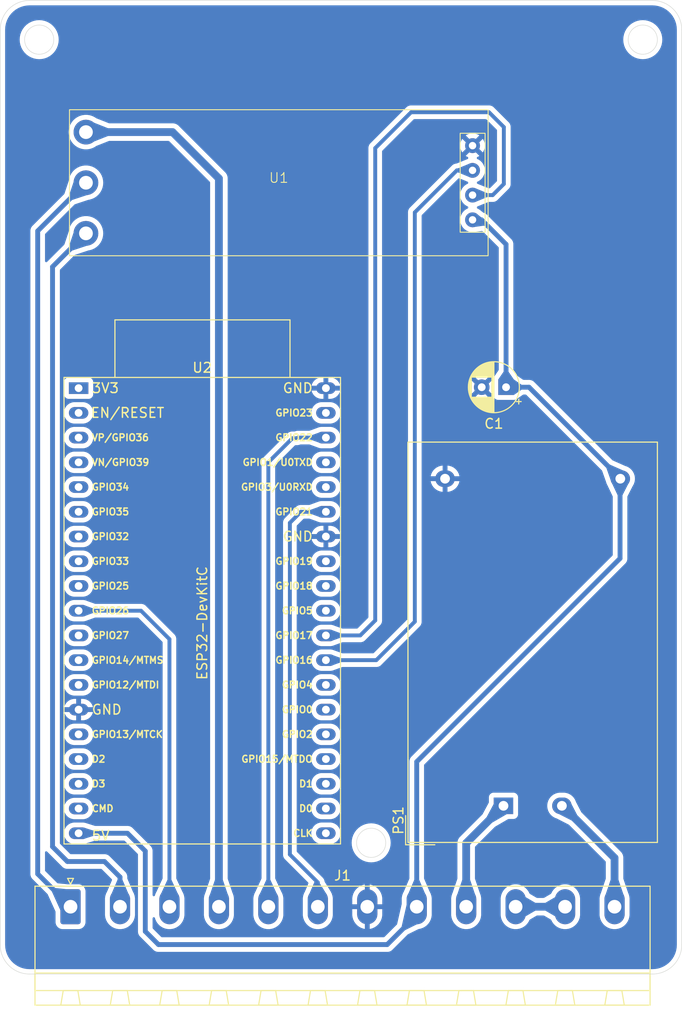
<source format=kicad_pcb>
(kicad_pcb (version 20241229) (generator "pcbnew") (generator_version "9.0")
  (layers (0 "F.Cu" signal) (2 "B.Cu" signal) (13 "F.Paste" user) (15 "B.Paste" user) (5 "F.SilkS" user "F.Silkscreen") (7 "B.SilkS" user "B.Silkscreen") (1 "F.Mask" user) (3 "B.Mask" user) (25 "Edge.Cuts" user))
  (net 0 "")
  (net 1 "+5V")
  (net 2 "GND")
  (net 26 "SCL")
  (net 31 "U2_RXD")
  (net 32 "SDA")
  (net 33 "AC_N")
  (net 34 "ON_SW")
  (net 35 "AC_L")
  (net 36 "SW_IN2")
  (net 37 "SW_IN1")
  (net 39 "U2_TXD")
  (net 40 "A+")
  (net 41 "B-")
  (net 42 "Earth")
  (footprint "azzam:MAX485_MOD" (layer "F.Cu") (at 78.613 39.497)
    (property "Reference" "U1" (at 0 -0.5 0) (layer "F.SilkS") (effects (font (thickness 0.1))))
    (property "Value" "MAX485 module")
    (fp_rect (start -21.5 -7.5) (end 21.5 7.5) (stroke (width 0.1)) (fill no) (layer "F.SilkS"))
    (fp_rect (start 18.63 -5.08) (end 21.19 5.08) (stroke (width 0.1)) (fill no) (layer "F.SilkS"))
    (pad "1" thru_hole circle (at 19.9 3.81) (size 1.524 1.524) (drill 0.762) (layers "*.Cu" "*.Mask") (net 1 "+5V"))
    (pad "2" thru_hole circle (at 19.9 1.27) (size 1.524 1.524) (drill 0.762) (layers "*.Cu" "*.Mask") (net 39 "U2_TXD"))
    (pad "3" thru_hole circle (at 19.9 -1.27) (size 1.524 1.524) (drill 0.762) (layers "*.Cu" "*.Mask") (net 31 "U2_RXD"))
    (pad "4" thru_hole circle (at 19.9 -3.81) (size 1.524 1.524) (drill 0.762) (layers "*.Cu" "*.Mask") (net 2 "GND"))
    (pad "5" thru_hole circle (at -19.81 5.2) (size 2.54 2.54) (drill 1.41) (layers "*.Cu" "*.Mask") (net 40 "A+"))
    (pad "6" thru_hole circle (at -19.81 0) (size 2.54 2.54) (drill 1.41) (layers "*.Cu" "*.Mask") (net 41 "B-"))
    (pad "7" thru_hole circle (at -19.81 -5.2) (size 2.54 2.54) (drill 1.41) (layers "*.Cu" "*.Mask") (net 42 "Earth"))
  )
  (footprint "Converter_ACDC:Converter_ACDC_Hi-Link_HLK-5Mxx" (layer "F.Cu") (at 101.6905 103.4985 90)
    (property "Reference" "PS1" (at -1.5 -10.79 270) (layer "F.SilkS"))
    (property "Value" "HLK-5M05")
    (fp_line (start -4 -10.05) (end -1 -10.05) (stroke (width 0.12)) (layer "F.SilkS"))
    (fp_line (start 37.36 -9.81) (end 37.36 15.81) (stroke (width 0.12)) (layer "F.SilkS"))
    (fp_line (start -3.76 -9.81) (end 37.36 -9.81) (stroke (width 0.12)) (layer "F.SilkS"))
    (fp_line (start -3.76 -9.81) (end -3.76 15.81) (stroke (width 0.12)) (layer "F.SilkS"))
    (fp_line (start -4 -7.05) (end -4 -10.05) (stroke (width 0.12)) (layer "F.SilkS"))
    (fp_line (start -3.76 15.81) (end 37.36 15.81) (stroke (width 0.12)) (layer "F.SilkS"))
    (pad "1" thru_hole rect (at 0 0 90) (size 1.7 2) (drill 1) (layers "*.Cu" "*.Mask") (net 35 "AC_L"))
    (pad "2" thru_hole oval (at 0 6 90) (size 1.7 2) (drill 1) (layers "*.Cu" "*.Mask") (net 33 "AC_N"))
    (pad "3" thru_hole oval (at 33.6 -6 90) (size 1.7 2) (drill 1) (layers "*.Cu" "*.Mask") (net 2 "GND"))
    (pad "4" thru_hole oval (at 33.6 12 90) (size 1.7 2) (drill 1) (layers "*.Cu" "*.Mask") (net 1 "+5V"))
  )
  (footprint "Capacitor_THT:CP_Radial_D5.0mm_P2.50mm" (layer "F.Cu") (at 101.955113 60.5 180)
    (property "Reference" "C1" (at 1.25 -3.75 180) (layer "F.SilkS"))
    (property "Value" "10uF")
    (fp_line (start 3.851 -0.284) (end 3.851 0.284) (stroke (width 0.12)) (layer "F.SilkS"))
    (fp_line (start 3.811 -0.518) (end 3.811 0.518) (stroke (width 0.12)) (layer "F.SilkS"))
    (fp_line (start 3.771 -0.677) (end 3.771 0.677) (stroke (width 0.12)) (layer "F.SilkS"))
    (fp_line (start 3.731 -0.805) (end 3.731 0.805) (stroke (width 0.12)) (layer "F.SilkS"))
    (fp_line (start 3.691 -0.915) (end 3.691 0.915) (stroke (width 0.12)) (layer "F.SilkS"))
    (fp_line (start 3.651 -1.011) (end 3.651 1.011) (stroke (width 0.12)) (layer "F.SilkS"))
    (fp_line (start 3.611 -1.098) (end 3.611 1.098) (stroke (width 0.12)) (layer "F.SilkS"))
    (fp_line (start 3.571 -1.178) (end 3.571 1.178) (stroke (width 0.12)) (layer "F.SilkS"))
    (fp_line (start 3.531 1.04) (end 3.531 1.251) (stroke (width 0.12)) (layer "F.SilkS"))
    (fp_line (start 3.531 -1.251) (end 3.531 -1.04) (stroke (width 0.12)) (layer "F.SilkS"))
    (fp_line (start 3.491 1.04) (end 3.491 1.319) (stroke (width 0.12)) (layer "F.SilkS"))
    (fp_line (start 3.491 -1.319) (end 3.491 -1.04) (stroke (width 0.12)) (layer "F.SilkS"))
    (fp_line (start 3.451 1.04) (end 3.451 1.383) (stroke (width 0.12)) (layer "F.SilkS"))
    (fp_line (start 3.451 -1.383) (end 3.451 -1.04) (stroke (width 0.12)) (layer "F.SilkS"))
    (fp_line (start 3.411 1.04) (end 3.411 1.443) (stroke (width 0.12)) (layer "F.SilkS"))
    (fp_line (start 3.411 -1.443) (end 3.411 -1.04) (stroke (width 0.12)) (layer "F.SilkS"))
    (fp_line (start 3.371 1.04) (end 3.371 1.5) (stroke (width 0.12)) (layer "F.SilkS"))
    (fp_line (start 3.371 -1.5) (end 3.371 -1.04) (stroke (width 0.12)) (layer "F.SilkS"))
    (fp_line (start 3.331 1.04) (end 3.331 1.554) (stroke (width 0.12)) (layer "F.SilkS"))
    (fp_line (start 3.331 -1.554) (end 3.331 -1.04) (stroke (width 0.12)) (layer "F.SilkS"))
    (fp_line (start 3.291 1.04) (end 3.291 1.605) (stroke (width 0.12)) (layer "F.SilkS"))
    (fp_line (start 3.291 -1.605) (end 3.291 -1.04) (stroke (width 0.12)) (layer "F.SilkS"))
    (fp_line (start 3.251 1.04) (end 3.251 1.653) (stroke (width 0.12)) (layer "F.SilkS"))
    (fp_line (start 3.251 -1.653) (end 3.251 -1.04) (stroke (width 0.12)) (layer "F.SilkS"))
    (fp_line (start 3.211 1.04) (end 3.211 1.699) (stroke (width 0.12)) (layer "F.SilkS"))
    (fp_line (start 3.211 -1.699) (end 3.211 -1.04) (stroke (width 0.12)) (layer "F.SilkS"))
    (fp_line (start 3.171 1.04) (end 3.171 1.743) (stroke (width 0.12)) (layer "F.SilkS"))
    (fp_line (start 3.171 -1.743) (end 3.171 -1.04) (stroke (width 0.12)) (layer "F.SilkS"))
    (fp_line (start 3.131 1.04) (end 3.131 1.785) (stroke (width 0.12)) (layer "F.SilkS"))
    (fp_line (start 3.131 -1.785) (end 3.131 -1.04) (stroke (width 0.12)) (layer "F.SilkS"))
    (fp_line (start 3.091 1.04) (end 3.091 1.826) (stroke (width 0.12)) (layer "F.SilkS"))
    (fp_line (start 3.091 -1.826) (end 3.091 -1.04) (stroke (width 0.12)) (layer "F.SilkS"))
    (fp_line (start 3.051 1.04) (end 3.051 1.864) (stroke (width 0.12)) (layer "F.SilkS"))
    (fp_line (start 3.051 -1.864) (end 3.051 -1.04) (stroke (width 0.12)) (layer "F.SilkS"))
    (fp_line (start 3.011 1.04) (end 3.011 1.901) (stroke (width 0.12)) (layer "F.SilkS"))
    (fp_line (start 3.011 -1.901) (end 3.011 -1.04) (stroke (width 0.12)) (layer "F.SilkS"))
    (fp_line (start 2.971 1.04) (end 2.971 1.937) (stroke (width 0.12)) (layer "F.SilkS"))
    (fp_line (start 2.971 -1.937) (end 2.971 -1.04) (stroke (width 0.12)) (layer "F.SilkS"))
    (fp_line (start 2.931 1.04) (end 2.931 1.971) (stroke (width 0.12)) (layer "F.SilkS"))
    (fp_line (start 2.931 -1.971) (end 2.931 -1.04) (stroke (width 0.12)) (layer "F.SilkS"))
    (fp_line (start 2.891 1.04) (end 2.891 2.004) (stroke (width 0.12)) (layer "F.SilkS"))
    (fp_line (start 2.891 -2.004) (end 2.891 -1.04) (stroke (width 0.12)) (layer "F.SilkS"))
    (fp_line (start 2.851 1.04) (end 2.851 2.035) (stroke (width 0.12)) (layer "F.SilkS"))
    (fp_line (start 2.851 -2.035) (end 2.851 -1.04) (stroke (width 0.12)) (layer "F.SilkS"))
    (fp_line (start 2.811 1.04) (end 2.811 2.065) (stroke (width 0.12)) (layer "F.SilkS"))
    (fp_line (start 2.811 -2.065) (end 2.811 -1.04) (stroke (width 0.12)) (layer "F.SilkS"))
    (fp_line (start 2.771 1.04) (end 2.771 2.095) (stroke (width 0.12)) (layer "F.SilkS"))
    (fp_line (start 2.771 -2.095) (end 2.771 -1.04) (stroke (width 0.12)) (layer "F.SilkS"))
    (fp_line (start 2.731 1.04) (end 2.731 2.122) (stroke (width 0.12)) (layer "F.SilkS"))
    (fp_line (start 2.731 -2.122) (end 2.731 -1.04) (stroke (width 0.12)) (layer "F.SilkS"))
    (fp_line (start 2.691 1.04) (end 2.691 2.149) (stroke (width 0.12)) (layer "F.SilkS"))
    (fp_line (start 2.691 -2.149) (end 2.691 -1.04) (stroke (width 0.12)) (layer "F.SilkS"))
    (fp_line (start 2.651 1.04) (end 2.651 2.175) (stroke (width 0.12)) (layer "F.SilkS"))
    (fp_line (start 2.651 -2.175) (end 2.651 -1.04) (stroke (width 0.12)) (layer "F.SilkS"))
    (fp_line (start 2.611 1.04) (end 2.611 2.2) (stroke (width 0.12)) (layer "F.SilkS"))
    (fp_line (start 2.611 -2.2) (end 2.611 -1.04) (stroke (width 0.12)) (layer "F.SilkS"))
    (fp_line (start 2.571 1.04) (end 2.571 2.224) (stroke (width 0.12)) (layer "F.SilkS"))
    (fp_line (start 2.571 -2.224) (end 2.571 -1.04) (stroke (width 0.12)) (layer "F.SilkS"))
    (fp_line (start 2.531 1.04) (end 2.531 2.247) (stroke (width 0.12)) (layer "F.SilkS"))
    (fp_line (start 2.531 -2.247) (end 2.531 -1.04) (stroke (width 0.12)) (layer "F.SilkS"))
    (fp_line (start 2.491 1.04) (end 2.491 2.268) (stroke (width 0.12)) (layer "F.SilkS"))
    (fp_line (start 2.491 -2.268) (end 2.491 -1.04) (stroke (width 0.12)) (layer "F.SilkS"))
    (fp_line (start 2.451 1.04) (end 2.451 2.29) (stroke (width 0.12)) (layer "F.SilkS"))
    (fp_line (start 2.451 -2.29) (end 2.451 -1.04) (stroke (width 0.12)) (layer "F.SilkS"))
    (fp_line (start 2.411 1.04) (end 2.411 2.31) (stroke (width 0.12)) (layer "F.SilkS"))
    (fp_line (start 2.411 -2.31) (end 2.411 -1.04) (stroke (width 0.12)) (layer "F.SilkS"))
    (fp_line (start 2.371 1.04) (end 2.371 2.329) (stroke (width 0.12)) (layer "F.SilkS"))
    (fp_line (start 2.371 -2.329) (end 2.371 -1.04) (stroke (width 0.12)) (layer "F.SilkS"))
    (fp_line (start 2.331 1.04) (end 2.331 2.348) (stroke (width 0.12)) (layer "F.SilkS"))
    (fp_line (start 2.331 -2.348) (end 2.331 -1.04) (stroke (width 0.12)) (layer "F.SilkS"))
    (fp_line (start 2.291 1.04) (end 2.291 2.365) (stroke (width 0.12)) (layer "F.SilkS"))
    (fp_line (start 2.291 -2.365) (end 2.291 -1.04) (stroke (width 0.12)) (layer "F.SilkS"))
    (fp_line (start 2.251 1.04) (end 2.251 2.382) (stroke (width 0.12)) (layer "F.SilkS"))
    (fp_line (start 2.251 -2.382) (end 2.251 -1.04) (stroke (width 0.12)) (layer "F.SilkS"))
    (fp_line (start 2.211 1.04) (end 2.211 2.398) (stroke (width 0.12)) (layer "F.SilkS"))
    (fp_line (start 2.211 -2.398) (end 2.211 -1.04) (stroke (width 0.12)) (layer "F.SilkS"))
    (fp_line (start 2.171 1.04) (end 2.171 2.414) (stroke (width 0.12)) (layer "F.SilkS"))
    (fp_line (start 2.171 -2.414) (end 2.171 -1.04) (stroke (width 0.12)) (layer "F.SilkS"))
    (fp_line (start 2.131 1.04) (end 2.131 2.428) (stroke (width 0.12)) (layer "F.SilkS"))
    (fp_line (start 2.131 -2.428) (end 2.131 -1.04) (stroke (width 0.12)) (layer "F.SilkS"))
    (fp_line (start 2.091 1.04) (end 2.091 2.442) (stroke (width 0.12)) (layer "F.SilkS"))
    (fp_line (start 2.091 -2.442) (end 2.091 -1.04) (stroke (width 0.12)) (layer "F.SilkS"))
    (fp_line (start 2.051 1.04) (end 2.051 2.455) (stroke (width 0.12)) (layer "F.SilkS"))
    (fp_line (start 2.051 -2.455) (end 2.051 -1.04) (stroke (width 0.12)) (layer "F.SilkS"))
    (fp_line (start 2.011 1.04) (end 2.011 2.468) (stroke (width 0.12)) (layer "F.SilkS"))
    (fp_line (start 2.011 -2.468) (end 2.011 -1.04) (stroke (width 0.12)) (layer "F.SilkS"))
    (fp_line (start 1.971 1.04) (end 1.971 2.48) (stroke (width 0.12)) (layer "F.SilkS"))
    (fp_line (start 1.971 -2.48) (end 1.971 -1.04) (stroke (width 0.12)) (layer "F.SilkS"))
    (fp_line (start 1.93 1.04) (end 1.93 2.491) (stroke (width 0.12)) (layer "F.SilkS"))
    (fp_line (start 1.93 -2.491) (end 1.93 -1.04) (stroke (width 0.12)) (layer "F.SilkS"))
    (fp_line (start 1.89 1.04) (end 1.89 2.501) (stroke (width 0.12)) (layer "F.SilkS"))
    (fp_line (start 1.89 -2.501) (end 1.89 -1.04) (stroke (width 0.12)) (layer "F.SilkS"))
    (fp_line (start 1.85 1.04) (end 1.85 2.511) (stroke (width 0.12)) (layer "F.SilkS"))
    (fp_line (start 1.85 -2.511) (end 1.85 -1.04) (stroke (width 0.12)) (layer "F.SilkS"))
    (fp_line (start 1.81 1.04) (end 1.81 2.52) (stroke (width 0.12)) (layer "F.SilkS"))
    (fp_line (start 1.81 -2.52) (end 1.81 -1.04) (stroke (width 0.12)) (layer "F.SilkS"))
    (fp_line (start 1.77 1.04) (end 1.77 2.528) (stroke (width 0.12)) (layer "F.SilkS"))
    (fp_line (start 1.77 -2.528) (end 1.77 -1.04) (stroke (width 0.12)) (layer "F.SilkS"))
    (fp_line (start 1.73 1.04) (end 1.73 2.536) (stroke (width 0.12)) (layer "F.SilkS"))
    (fp_line (start 1.73 -2.536) (end 1.73 -1.04) (stroke (width 0.12)) (layer "F.SilkS"))
    (fp_line (start 1.69 1.04) (end 1.69 2.543) (stroke (width 0.12)) (layer "F.SilkS"))
    (fp_line (start 1.69 -2.543) (end 1.69 -1.04) (stroke (width 0.12)) (layer "F.SilkS"))
    (fp_line (start 1.65 1.04) (end 1.65 2.55) (stroke (width 0.12)) (layer "F.SilkS"))
    (fp_line (start 1.65 -2.55) (end 1.65 -1.04) (stroke (width 0.12)) (layer "F.SilkS"))
    (fp_line (start 1.61 1.04) (end 1.61 2.556) (stroke (width 0.12)) (layer "F.SilkS"))
    (fp_line (start 1.61 -2.556) (end 1.61 -1.04) (stroke (width 0.12)) (layer "F.SilkS"))
    (fp_line (start 1.57 1.04) (end 1.57 2.561) (stroke (width 0.12)) (layer "F.SilkS"))
    (fp_line (start 1.57 -2.561) (end 1.57 -1.04) (stroke (width 0.12)) (layer "F.SilkS"))
    (fp_line (start 1.53 1.04) (end 1.53 2.565) (stroke (width 0.12)) (layer "F.SilkS"))
    (fp_line (start 1.53 -2.565) (end 1.53 -1.04) (stroke (width 0.12)) (layer "F.SilkS"))
    (fp_line (start 1.49 1.04) (end 1.49 2.569) (stroke (width 0.12)) (layer "F.SilkS"))
    (fp_line (start 1.49 -2.569) (end 1.49 -1.04) (stroke (width 0.12)) (layer "F.SilkS"))
    (fp_line (start 1.45 -2.573) (end 1.45 2.573) (stroke (width 0.12)) (layer "F.SilkS"))
    (fp_line (start 1.41 -2.576) (end 1.41 2.576) (stroke (width 0.12)) (layer "F.SilkS"))
    (fp_line (start 1.37 -2.578) (end 1.37 2.578) (stroke (width 0.12)) (layer "F.SilkS"))
    (fp_line (start 1.33 -2.579) (end 1.33 2.579) (stroke (width 0.12)) (layer "F.SilkS"))
    (fp_line (start 1.29 -2.58) (end 1.29 2.58) (stroke (width 0.12)) (layer "F.SilkS"))
    (fp_line (start 1.25 -2.58) (end 1.25 2.58) (stroke (width 0.12)) (layer "F.SilkS"))
    (fp_line (start -1.304775 -1.725) (end -1.304775 -1.225) (stroke (width 0.12)) (layer "F.SilkS"))
    (fp_line (start -1.554775 -1.475) (end -1.054775 -1.475) (stroke (width 0.12)) (layer "F.SilkS"))
    (fp_circle (center 1.25 0) (end 3.87 0) (stroke (width 0.12)) (fill no) (layer "F.SilkS"))
    (pad "1" thru_hole rect (at 0 0 180) (size 1.6 1.6) (drill 0.8) (layers "*.Cu" "*.Mask") (net 1 "+5V"))
    (pad "2" thru_hole circle (at 2.5 0 180) (size 1.6 1.6) (drill 0.8) (layers "*.Cu" "*.Mask") (net 2 "GND"))
  )
  (footprint "Connector_Phoenix_MSTB:PhoenixContact_MSTBA_2,5_12-G-5,08_1x12_P5.08mm_Horizontal" (layer "F.Cu") (at 57.22 113.86344)
    (property "Reference" "J1" (at 27.94 -3.2 0) (layer "F.SilkS"))
    (property "Value" "Screw_Terminal_01x08")
    (fp_line (start -3.65 -2.11) (end -3.65 10.11) (stroke (width 0.12)) (layer "F.SilkS"))
    (fp_line (start -3.65 6.81) (end 59.53 6.81) (stroke (width 0.12)) (layer "F.SilkS"))
    (fp_line (start -3.65 8.61) (end -3.65 6.81) (stroke (width 0.12)) (layer "F.SilkS"))
    (fp_line (start -3.65 10.11) (end 59.53 10.11) (stroke (width 0.12)) (layer "F.SilkS"))
    (fp_line (start -1 10.11) (end 1 10.11) (stroke (width 0.12)) (layer "F.SilkS"))
    (fp_line (start -0.75 8.61) (end -1 10.11) (stroke (width 0.12)) (layer "F.SilkS"))
    (fp_line (start -0.3 -2.91) (end 0.3 -2.91) (stroke (width 0.12)) (layer "F.SilkS"))
    (fp_line (start 0 -2.31) (end -0.3 -2.91) (stroke (width 0.12)) (layer "F.SilkS"))
    (fp_line (start 0.3 -2.91) (end 0 -2.31) (stroke (width 0.12)) (layer "F.SilkS"))
    (fp_line (start 0.75 8.61) (end -0.75 8.61) (stroke (width 0.12)) (layer "F.SilkS"))
    (fp_line (start 1 10.11) (end 0.75 8.61) (stroke (width 0.12)) (layer "F.SilkS"))
    (fp_line (start 4.08 10.11) (end 6.08 10.11) (stroke (width 0.12)) (layer "F.SilkS"))
    (fp_line (start 4.33 8.61) (end 4.08 10.11) (stroke (width 0.12)) (layer "F.SilkS"))
    (fp_line (start 5.83 8.61) (end 4.33 8.61) (stroke (width 0.12)) (layer "F.SilkS"))
    (fp_line (start 6.08 10.11) (end 5.83 8.61) (stroke (width 0.12)) (layer "F.SilkS"))
    (fp_line (start 9.16 10.11) (end 11.16 10.11) (stroke (width 0.12)) (layer "F.SilkS"))
    (fp_line (start 9.41 8.61) (end 9.16 10.11) (stroke (width 0.12)) (layer "F.SilkS"))
    (fp_line (start 10.91 8.61) (end 9.41 8.61) (stroke (width 0.12)) (layer "F.SilkS"))
    (fp_line (start 11.16 10.11) (end 10.91 8.61) (stroke (width 0.12)) (layer "F.SilkS"))
    (fp_line (start 14.24 10.11) (end 16.24 10.11) (stroke (width 0.12)) (layer "F.SilkS"))
    (fp_line (start 14.49 8.61) (end 14.24 10.11) (stroke (width 0.12)) (layer "F.SilkS"))
    (fp_line (start 15.99 8.61) (end 14.49 8.61) (stroke (width 0.12)) (layer "F.SilkS"))
    (fp_line (start 16.24 10.11) (end 15.99 8.61) (stroke (width 0.12)) (layer "F.SilkS"))
    (fp_line (start 19.32 10.11) (end 21.32 10.11) (stroke (width 0.12)) (layer "F.SilkS"))
    (fp_line (start 19.57 8.61) (end 19.32 10.11) (stroke (width 0.12)) (layer "F.SilkS"))
    (fp_line (start 21.07 8.61) (end 19.57 8.61) (stroke (width 0.12)) (layer "F.SilkS"))
    (fp_line (start 21.32 10.11) (end 21.07 8.61) (stroke (width 0.12)) (layer "F.SilkS"))
    (fp_line (start 24.4 10.11) (end 26.4 10.11) (stroke (width 0.12)) (layer "F.SilkS"))
    (fp_line (start 24.65 8.61) (end 24.4 10.11) (stroke (width 0.12)) (layer "F.SilkS"))
    (fp_line (start 26.15 8.61) (end 24.65 8.61) (stroke (width 0.12)) (layer "F.SilkS"))
    (fp_line (start 26.4 10.11) (end 26.15 8.61) (stroke (width 0.12)) (layer "F.SilkS"))
    (fp_line (start 29.48 10.11) (end 31.48 10.11) (stroke (width 0.12)) (layer "F.SilkS"))
    (fp_line (start 29.73 8.61) (end 29.48 10.11) (stroke (width 0.12)) (layer "F.SilkS"))
    (fp_line (start 31.23 8.61) (end 29.73 8.61) (stroke (width 0.12)) (layer "F.SilkS"))
    (fp_line (start 31.48 10.11) (end 31.23 8.61) (stroke (width 0.12)) (layer "F.SilkS"))
    (fp_line (start 34.56 10.11) (end 36.56 10.11) (stroke (width 0.12)) (layer "F.SilkS"))
    (fp_line (start 34.81 8.61) (end 34.56 10.11) (stroke (width 0.12)) (layer "F.SilkS"))
    (fp_line (start 36.31 8.61) (end 34.81 8.61) (stroke (width 0.12)) (layer "F.SilkS"))
    (fp_line (start 36.56 10.11) (end 36.31 8.61) (stroke (width 0.12)) (layer "F.SilkS"))
    (fp_line (start 39.64 10.11) (end 41.64 10.11) (stroke (width 0.12)) (layer "F.SilkS"))
    (fp_line (start 39.89 8.61) (end 39.64 10.11) (stroke (width 0.12)) (layer "F.SilkS"))
    (fp_line (start 41.39 8.61) (end 39.89 8.61) (stroke (width 0.12)) (layer "F.SilkS"))
    (fp_line (start 41.64 10.11) (end 41.39 8.61) (stroke (width 0.12)) (layer "F.SilkS"))
    (fp_line (start 44.72 10.11) (end 46.72 10.11) (stroke (width 0.12)) (layer "F.SilkS"))
    (fp_line (start 44.97 8.61) (end 44.72 10.11) (stroke (width 0.12)) (layer "F.SilkS"))
    (fp_line (start 46.47 8.61) (end 44.97 8.61) (stroke (width 0.12)) (layer "F.SilkS"))
    (fp_line (start 46.72 10.11) (end 46.47 8.61) (stroke (width 0.12)) (layer "F.SilkS"))
    (fp_line (start 49.8 10.11) (end 51.8 10.11) (stroke (width 0.12)) (layer "F.SilkS"))
    (fp_line (start 50.05 8.61) (end 49.8 10.11) (stroke (width 0.12)) (layer "F.SilkS"))
    (fp_line (start 51.55 8.61) (end 50.05 8.61) (stroke (width 0.12)) (layer "F.SilkS"))
    (fp_line (start 51.8 10.11) (end 51.55 8.61) (stroke (width 0.12)) (layer "F.SilkS"))
    (fp_line (start 54.88 10.11) (end 56.88 10.11) (stroke (width 0.12)) (layer "F.SilkS"))
    (fp_line (start 55.13 8.61) (end 54.88 10.11) (stroke (width 0.12)) (layer "F.SilkS"))
    (fp_line (start 56.63 8.61) (end 55.13 8.61) (stroke (width 0.12)) (layer "F.SilkS"))
    (fp_line (start 56.88 10.11) (end 56.63 8.61) (stroke (width 0.12)) (layer "F.SilkS"))
    (fp_line (start 59.53 -2.11) (end -3.65 -2.11) (stroke (width 0.12)) (layer "F.SilkS"))
    (fp_line (start 59.53 6.81) (end 59.53 8.61) (stroke (width 0.12)) (layer "F.SilkS"))
    (fp_line (start 59.53 8.61) (end -3.65 8.61) (stroke (width 0.12)) (layer "F.SilkS"))
    (fp_line (start 59.53 10.11) (end 59.53 -2.11) (stroke (width 0.12)) (layer "F.SilkS"))
    (pad "1" thru_hole roundrect (at 0 0) (size 2.08 3.6) (drill 1.4) (layers "*.Cu" "*.Mask") (roundrect_rratio 0.120192) (net 41 "B-"))
    (pad "2" thru_hole oval (at 5.08 0) (size 2.08 3.6) (drill 1.4) (layers "*.Cu" "*.Mask") (net 40 "A+"))
    (pad "3" thru_hole oval (at 10.16 0) (size 2.08 3.6) (drill 1.4) (layers "*.Cu" "*.Mask") (net 37 "SW_IN1"))
    (pad "4" thru_hole oval (at 15.24 0) (size 2.08 3.6) (drill 1.4) (layers "*.Cu" "*.Mask") (net 42 "Earth"))
    (pad "5" thru_hole oval (at 20.32 0) (size 2.08 3.6) (drill 1.4) (layers "*.Cu" "*.Mask") (net 26 "SCL"))
    (pad "6" thru_hole oval (at 25.4 0) (size 2.08 3.6) (drill 1.4) (layers "*.Cu" "*.Mask") (net 32 "SDA"))
    (pad "7" thru_hole oval (at 30.48 0) (size 2.08 3.6) (drill 1.4) (layers "*.Cu" "*.Mask") (net 2 "GND"))
    (pad "8" thru_hole oval (at 35.56 0) (size 2.08 3.6) (drill 1.4) (layers "*.Cu" "*.Mask") (net 1 "+5V"))
    (pad "9" thru_hole oval (at 40.64 0) (size 2.08 3.6) (drill 1.4) (layers "*.Cu" "*.Mask") (net 35 "AC_L"))
    (pad "10" thru_hole oval (at 45.72 0) (size 2.08 3.6) (drill 1.4) (layers "*.Cu" "*.Mask") (net 34 "ON_SW"))
    (pad "11" thru_hole oval (at 50.8 0) (size 2.08 3.6) (drill 1.4) (layers "*.Cu" "*.Mask") (net 34 "ON_SW"))
    (pad "12" thru_hole oval (at 55.88 0) (size 2.08 3.6) (drill 1.4) (layers "*.Cu" "*.Mask") (net 33 "AC_N"))
  )
  (footprint "PCM_Espressif:ESP32-DevKitC" (layer "F.Cu") (at 58.05 60.59656)
    (property "Reference" "U2" (at 12.7 -2.1 0) (layer "F.SilkS"))
    (property "Value" "ESP32-DevKitC" (at 12.7 24.13 90) (layer "F.SilkS"))
    (fp_line (start -1.5 46.82) (end 26.899999 46.82) (stroke (width 0.12)) (layer "F.SilkS"))
    (fp_line (start -1.499999 -1.1) (end -1.5 46.82) (stroke (width 0.12)) (layer "F.SilkS"))
    (fp_line (start 3.73012 -7.01312) (end 21.71332 -7.01312) (stroke (width 0.12)) (layer "F.SilkS"))
    (fp_line (start 3.73012 -1.12032) (end 3.73012 -7.01312) (stroke (width 0.12)) (layer "F.SilkS"))
    (fp_line (start 21.71332 -7.01312) (end 21.71332 -1.12032) (stroke (width 0.12)) (layer "F.SilkS"))
    (fp_line (start 26.899999 46.82) (end 26.9 -1.1) (stroke (width 0.12)) (layer "F.SilkS"))
    (fp_line (start 26.9 -1.1) (end -1.499999 -1.1) (stroke (width 0.12)) (layer "F.SilkS"))
    (fp_text user "VP/GPIO36" (at 1.27 5.08 0) (layer "F.SilkS") (effects (font (size 0.7 0.7)) (justify left)))
    (fp_text user "GPIO19" (at 24.13 17.78 0) (layer "F.SilkS") (effects (font (size 0.7 0.7)) (justify right)))
    (fp_text user "CLK" (at 24.13 45.72 0) (layer "F.SilkS") (effects (font (size 0.7 0.7)) (justify right)))
    (fp_text user "VN/GPIO39" (at 1.27 7.62 0) (layer "F.SilkS") (effects (font (size 0.7 0.7)) (justify left)))
    (fp_text user "D3" (at 1.27 40.64 0) (layer "F.SilkS") (effects (font (size 0.7 0.7)) (justify left)))
    (fp_text user "GPIO3/U0RXD" (at 24.13 10.16 0) (layer "F.SilkS") (effects (font (size 0.7 0.7)) (justify right)))
    (fp_text user "GPIO12/MTDI" (at 1.27 30.48 0) (layer "F.SilkS") (effects (font (size 0.7 0.7)) (justify left)))
    (fp_text user "CMD" (at 1.27 43.18 0) (layer "F.SilkS") (effects (font (size 0.7 0.7)) (justify left)))
    (fp_text user "D2" (at 1.27 38.1 0) (layer "F.SilkS") (effects (font (size 0.7 0.7)) (justify left)))
    (fp_text user "GPIO23" (at 24.13 2.54 0) (layer "F.SilkS") (effects (font (size 0.7 0.7)) (justify right)))
    (fp_text user "GPIO18" (at 24.13 20.32 0) (layer "F.SilkS") (effects (font (size 0.7 0.7)) (justify right)))
    (fp_text user "GPIO21" (at 24.13 12.7 0) (layer "F.SilkS") (effects (font (size 0.7 0.7)) (justify right)))
    (fp_text user "GPIO34" (at 1.27 10.16 0) (layer "F.SilkS") (effects (font (size 0.7 0.7)) (justify left)))
    (fp_text user "GPIO33" (at 1.27 17.78 0) (layer "F.SilkS") (effects (font (size 0.7 0.7)) (justify left)))
    (fp_text user "GND" (at 24.13 15.24 0) (layer "F.SilkS") (effects (justify right)))
    (fp_text user "EN/RESET" (at 8.88632 2.53728 0) (layer "F.SilkS") (effects (justify right)))
    (fp_text user "GPIO15/MTDO" (at 24.13 38.1 0) (layer "F.SilkS") (effects (font (size 0.7 0.7)) (justify right)))
    (fp_text user "GPIO32" (at 1.27 15.24 0) (layer "F.SilkS") (effects (font (size 0.7 0.7)) (justify left)))
    (fp_text user "D0" (at 24.13 43.18 0) (layer "F.SilkS") (effects (font (size 0.7 0.7)) (justify right)))
    (fp_text user "GPIO1/U0TXD" (at 24.13 7.62 0) (layer "F.SilkS") (effects (font (size 0.7 0.7)) (justify right)))
    (fp_text user "GPIO13/MTCK" (at 1.27 35.56 0) (layer "F.SilkS") (effects (font (size 0.7 0.7)) (justify left)))
    (fp_text user "GPIO2" (at 24.13 35.56 0) (layer "F.SilkS") (effects (font (size 0.7 0.7)) (justify right)))
    (fp_text user "GPIO27" (at 1.27 25.4 0) (layer "F.SilkS") (effects (font (size 0.7 0.7)) (justify left)))
    (fp_text user "GPIO25" (at 1.27 20.32 0) (layer "F.SilkS") (effects (font (size 0.7 0.7)) (justify left)))
    (fp_text user "GPIO22" (at 24.13 5.08 0) (layer "F.SilkS") (effects (font (size 0.7 0.7)) (justify right)))
    (fp_text user "3V3" (at 1.27 0 0) (layer "F.SilkS") (effects (justify left)))
    (fp_text user "GPIO14/MTMS" (at 1.27 27.94 0) (layer "F.SilkS") (effects (font (size 0.7 0.7)) (justify left)))
    (fp_text user "GPIO4" (at 24.13 30.48 0) (layer "F.SilkS") (effects (font (size 0.7 0.7)) (justify right)))
    (fp_text user "GND" (at 24.13 0 0) (layer "F.SilkS") (effects (justify right)))
    (fp_text user "GPIO0" (at 24.13 33.02 0) (layer "F.SilkS") (effects (font (size 0.7 0.7)) (justify right)))
    (fp_text user "GPIO17" (at 24.13 25.4 0) (layer "F.SilkS") (effects (font (size 0.7 0.7)) (justify right)))
    (fp_text user "GPIO26" (at 1.27 22.86 0) (layer "F.SilkS") (effects (font (size 0.7 0.7)) (justify left)))
    (fp_text user "GPIO35" (at 1.27 12.7 0) (layer "F.SilkS") (effects (font (size 0.7 0.7)) (justify left)))
    (fp_text user "GPIO16" (at 24.13 27.94 0) (layer "F.SilkS") (effects (font (size 0.7 0.7)) (justify right)))
    (fp_text user "D1" (at 24.13 40.64 0) (layer "F.SilkS") (effects (font (size 0.7 0.7)) (justify right)))
    (fp_text user "GPIO5" (at 24.13 22.86 0) (layer "F.SilkS") (effects (font (size 0.7 0.7)) (justify right)))
    (fp_text user "5V" (at 1.26632 45.97128 0) (layer "F.SilkS") (effects (justify left)))
    (fp_text user "GND" (at 1.27 33.02 0) (layer "F.SilkS") (effects (justify left)))
    (pad "1" thru_hole rect (at 0 0 270) (size 1.2 2) (drill 0.8) (layers "*.Cu" "*.Mask"))
    (pad "2" thru_hole oval (at 0 2.54 270) (size 1.2 2) (drill 0.8) (layers "*.Cu" "*.Mask"))
    (pad "3" thru_hole oval (at 0 5.08 270) (size 1.2 2) (drill 0.8) (layers "*.Cu" "*.Mask"))
    (pad "4" thru_hole oval (at 0 7.62 270) (size 1.2 2) (drill 0.8) (layers "*.Cu" "*.Mask"))
    (pad "5" thru_hole oval (at 0 10.16 270) (size 1.2 2) (drill 0.8) (layers "*.Cu" "*.Mask"))
    (pad "6" thru_hole oval (at 0 12.7 270) (size 1.2 2) (drill 0.8) (layers "*.Cu" "*.Mask"))
    (pad "7" thru_hole oval (at 0 15.24 270) (size 1.2 2) (drill 0.8) (layers "*.Cu" "*.Mask"))
    (pad "8" thru_hole oval (at 0 17.78 270) (size 1.2 2) (drill 0.8) (layers "*.Cu" "*.Mask"))
    (pad "9" thru_hole oval (at 0 20.32 270) (size 1.2 2) (drill 0.8) (layers "*.Cu" "*.Mask") (net 36 "SW_IN2"))
    (pad "10" thru_hole oval (at 0 22.86 270) (size 1.2 2) (drill 0.8) (layers "*.Cu" "*.Mask") (net 37 "SW_IN1"))
    (pad "11" thru_hole oval (at 0 25.4 270) (size 1.2 2) (drill 0.8) (layers "*.Cu" "*.Mask"))
    (pad "12" thru_hole oval (at 0 27.94 270) (size 1.2 2) (drill 0.8) (layers "*.Cu" "*.Mask"))
    (pad "13" thru_hole oval (at 0 30.48 270) (size 1.2 2) (drill 0.8) (layers "*.Cu" "*.Mask"))
    (pad "14" thru_hole oval (at 0 33.02 270) (size 1.2 2) (drill 0.8) (layers "*.Cu" "*.Mask") (net 2 "GND"))
    (pad "15" thru_hole oval (at 0 35.56 270) (size 1.2 2) (drill 0.8) (layers "*.Cu" "*.Mask"))
    (pad "16" thru_hole oval (at 0 38.1 270) (size 1.2 2) (drill 0.8) (layers "*.Cu" "*.Mask"))
    (pad "17" thru_hole oval (at 0 40.64 270) (size 1.2 2) (drill 0.8) (layers "*.Cu" "*.Mask"))
    (pad "18" thru_hole oval (at 0 43.18 270) (size 1.2 2) (drill 0.8) (layers "*.Cu" "*.Mask"))
    (pad "19" thru_hole oval (at 0 45.72 270) (size 1.2 2) (drill 0.8) (layers "*.Cu" "*.Mask") (net 1 "+5V"))
    (pad "20" thru_hole oval (at 25.39632 45.71728 270) (size 1.2 2) (drill 0.8) (layers "*.Cu" "*.Mask"))
    (pad "21" thru_hole oval (at 25.39632 43.17728 270) (size 1.2 2) (drill 0.8) (layers "*.Cu" "*.Mask"))
    (pad "22" thru_hole oval (at 25.4 40.64 270) (size 1.2 2) (drill 0.8) (layers "*.Cu" "*.Mask"))
    (pad "23" thru_hole oval (at 25.4 38.1 270) (size 1.2 2) (drill 0.8) (layers "*.Cu" "*.Mask"))
    (pad "24" thru_hole oval (at 25.4 35.56 270) (size 1.2 2) (drill 0.8) (layers "*.Cu" "*.Mask"))
    (pad "25" thru_hole oval (at 25.4 33.02 270) (size 1.2 2) (drill 0.8) (layers "*.Cu" "*.Mask"))
    (pad "26" thru_hole oval (at 25.4 30.48 270) (size 1.2 2) (drill 0.8) (layers "*.Cu" "*.Mask"))
    (pad "27" thru_hole oval (at 25.4 27.94 270) (size 1.2 2) (drill 0.8) (layers "*.Cu" "*.Mask") (net 31 "U2_RXD"))
    (pad "28" thru_hole oval (at 25.4 25.4 270) (size 1.2 2) (drill 0.8) (layers "*.Cu" "*.Mask") (net 39 "U2_TXD"))
    (pad "29" thru_hole oval (at 25.4 22.86 270) (size 1.2 2) (drill 0.8) (layers "*.Cu" "*.Mask"))
    (pad "30" thru_hole oval (at 25.4 20.32 270) (size 1.2 2) (drill 0.8) (layers "*.Cu" "*.Mask"))
    (pad "31" thru_hole oval (at 25.4 17.78 270) (size 1.2 2) (drill 0.8) (layers "*.Cu" "*.Mask"))
    (pad "32" thru_hole oval (at 25.4 15.24 270) (size 1.2 2) (drill 0.8) (layers "*.Cu" "*.Mask") (net 2 "GND"))
    (pad "33" thru_hole oval (at 25.4 12.7 270) (size 1.2 2) (drill 0.8) (layers "*.Cu" "*.Mask") (net 32 "SDA"))
    (pad "34" thru_hole oval (at 25.4 10.16 270) (size 1.2 2) (drill 0.8) (layers "*.Cu" "*.Mask"))
    (pad "35" thru_hole oval (at 25.4 7.62 270) (size 1.2 2) (drill 0.8) (layers "*.Cu" "*.Mask"))
    (pad "36" thru_hole oval (at 25.4 5.08 270) (size 1.2 2) (drill 0.8) (layers "*.Cu" "*.Mask") (net 26 "SCL"))
    (pad "37" thru_hole oval (at 25.4 2.54 270) (size 1.2 2) (drill 0.8) (layers "*.Cu" "*.Mask"))
    (pad "38" thru_hole oval (at 25.4 0 270) (size 1.2 2) (drill 0.8) (layers "*.Cu" "*.Mask") (net 2 "GND"))
  )
  (gr_circle (center 88.1 107.3) (end 89.6 107.3) (stroke (width 0.05)) (fill no) (layer "Edge.Cuts"))
  (gr_line (start 53 20.777) (end 117 20.777) (stroke (width 0.05)) (layer "Edge.Cuts"))
  (gr_arc (start 120 117.777) (mid 119.12132 119.89832) (end 117 120.777) (stroke (width 0.05)) (layer "Edge.Cuts"))
  (gr_arc (start 50 23.777) (mid 50.87868 21.65568) (end 53 20.777) (stroke (width 0.05)) (layer "Edge.Cuts"))
  (gr_circle (center 116 24.8) (end 117.5 24.8) (stroke (width 0.05)) (fill no) (layer "Edge.Cuts"))
  (gr_line (start 117 120.777) (end 53 120.777) (stroke (width 0.05)) (layer "Edge.Cuts"))
  (gr_line (start 50 117.777) (end 50 23.777) (stroke (width 0.05)) (layer "Edge.Cuts"))
  (gr_line (start 120 23.777) (end 120 117.777) (stroke (width 0.05)) (layer "Edge.Cuts"))
  (gr_arc (start 53 120.777) (mid 50.87868 119.89832) (end 50 117.777) (stroke (width 0.05)) (layer "Edge.Cuts"))
  (gr_arc (start 117 20.777) (mid 119.12132 21.65568) (end 120 23.777) (stroke (width 0.05)) (layer "Edge.Cuts"))
  (gr_circle (center 54 24.8) (end 55.5 24.8) (stroke (width 0.05)) (fill no) (layer "Edge.Cuts"))
  (segment (start 63.06656 106.31656) (end 64.897 108.147) (width 0.5) (layer "B.Cu") (net 1))
  (segment (start 66.25 117.75) (end 89.75 117.75) (width 0.5) (layer "B.Cu") (net 1))
  (segment (start 101.955113 45.821113) (end 99.441 43.307) (width 0.5) (layer "B.Cu") (net 1))
  (segment (start 64.897 116.397) (end 66.25 117.75) (width 0.5) (layer "B.Cu") (net 1))
  (segment (start 92.78 114.72) (end 92.78 113.86344) (width 0.5) (layer "B.Cu") (net 1))
  (segment (start 113.6905 69.8755) (end 113.6905 69.8985) (width 0.5) (layer "B.Cu") (net 1))
  (segment (start 113.665 78.085) (end 92.78 98.97) (width 0.5) (layer "B.Cu") (net 1))
  (segment (start 58.05 106.31656) (end 63.06656 106.31656) (width 0.5) (layer "B.Cu") (net 1))
  (segment (start 104.315 60.5) (end 113.6905 69.8755) (width 0.5) (layer "B.Cu") (net 1))
  (segment (start 99.441 43.307) (end 98.513 43.307) (width 0.5) (layer "B.Cu") (net 1))
  (segment (start 113.6905 69.8985) (end 113.665 69.924) (width 0.5) (layer "B.Cu") (net 1))
  (segment (start 64.897 108.147) (end 64.897 116.397) (width 0.5) (layer "B.Cu") (net 1))
  (segment (start 89.75 117.75) (end 92.78 114.72) (width 0.5) (layer "B.Cu") (net 1))
  (segment (start 101.955113 60.5) (end 101.955113 45.821113) (width 0.5) (layer "B.Cu") (net 1))
  (segment (start 113.665 69.924) (end 113.665 78.085) (width 0.5) (layer "B.Cu") (net 1))
  (segment (start 101.955113 60.5) (end 104.315 60.5) (width 0.5) (layer "B.Cu") (net 1))
  (segment (start 92.78 98.97) (end 92.78 113.86344) (width 0.5) (layer "B.Cu") (net 1))
  (segment (start 77.54 68.21) (end 80 65.75) (width 0.4) (layer "B.Cu") (net 26))
  (segment (start 80 65.75) (end 80.5 65.75) (width 0.4) (layer "B.Cu") (net 26))
  (segment (start 77.54 113.86344) (end 77.54 68.21) (width 0.4) (layer "B.Cu") (net 26))
  (segment (start 80.57344 65.67656) (end 83.45 65.67656) (width 0.4) (layer "B.Cu") (net 26))
  (segment (start 80.5 65.75) (end 80.57344 65.67656) (width 0.4) (layer "B.Cu") (net 26))
  (segment (start 92.583 84.582) (end 92.583 42.545) (width 0.4) (layer "B.Cu") (net 31))
  (segment (start 83.45 88.53656) (end 88.62844 88.53656) (width 0.4) (layer "B.Cu") (net 31))
  (segment (start 88.62844 88.53656) (end 92.583 84.582) (width 0.4) (layer "B.Cu") (net 31))
  (segment (start 96.901 38.227) (end 98.513 38.227) (width 0.4) (layer "B.Cu") (net 31))
  (segment (start 92.583 42.545) (end 96.901 38.227) (width 0.4) (layer "B.Cu") (net 31))
  (segment (start 80.88144 73.29656) (end 79.75 74.428) (width 0.4) (layer "B.Cu") (net 32))
  (segment (start 83.45 73.29656) (end 80.88144 73.29656) (width 0.4) (layer "B.Cu") (net 32))
  (segment (start 82.62 111.37) (end 82.62 113.86344) (width 0.4) (layer "B.Cu") (net 32))
  (segment (start 79.75 108.5) (end 82.62 111.37) (width 0.4) (layer "B.Cu") (net 32))
  (segment (start 79.75 74.428) (end 79.75 108.5) (width 0.4) (layer "B.Cu") (net 32))
  (segment (start 107.7485 103.4985) (end 113.1 108.85) (width 0.8) (layer "B.Cu") (net 33))
  (segment (start 107.6905 103.4985) (end 107.7485 103.4985) (width 0.8) (layer "B.Cu") (net 33))
  (segment (start 113.1 108.85) (end 113.1 113.86344) (width 0.8) (layer "B.Cu") (net 33))
  (segment (start 108.02 113.86344) (end 102.94 113.86344) (width 0.8) (layer "B.Cu") (net 34))
  (segment (start 97.86 113.86344) (end 97.86 107.329) (width 0.8) (layer "B.Cu") (net 35))
  (segment (start 97.86 107.329) (end 101.6905 103.4985) (width 0.8) (layer "B.Cu") (net 35))
  (segment (start 67.38 113.86344) (end 67.38 86.38) (width 0.4) (layer "B.Cu") (net 37))
  (segment (start 67.38 86.38) (end 64.45656 83.45656) (width 0.4) (layer "B.Cu") (net 37))
  (segment (start 64.45656 83.45656) (end 58.05 83.45656) (width 0.4) (layer "B.Cu") (net 37))
  (segment (start 88.519 84.455) (end 88.519 35.941) (width 0.4) (layer "B.Cu") (net 39))
  (segment (start 101.727 39.624) (end 100.584 40.767) (width 0.4) (layer "B.Cu") (net 39))
  (segment (start 88.519 35.941) (end 92.202 32.258) (width 0.4) (layer "B.Cu") (net 39))
  (segment (start 83.45 85.99656) (end 86.97744 85.99656) (width 0.4) (layer "B.Cu") (net 39))
  (segment (start 100.584 40.767) (end 98.513 40.767) (width 0.4) (layer "B.Cu") (net 39))
  (segment (start 100.203 32.258) (end 101.727 33.782) (width 0.4) (layer "B.Cu") (net 39))
  (segment (start 92.202 32.258) (end 100.203 32.258) (width 0.4) (layer "B.Cu") (net 39))
  (segment (start 86.97744 85.99656) (end 88.519 84.455) (width 0.4) (layer "B.Cu") (net 39))
  (segment (start 101.727 33.782) (end 101.727 39.624) (width 0.4) (layer "B.Cu") (net 39))
  (segment (start 55.372 107.696) (end 55.372 48.128) (width 0.5) (layer "B.Cu") (net 40))
  (segment (start 60.706 109.22) (end 56.896 109.22) (width 0.5) (layer "B.Cu") (net 40))
  (segment (start 62.3 113.86344) (end 62.3 110.814) (width 0.5) (layer "B.Cu") (net 40))
  (segment (start 55.372 48.128) (end 58.803 44.697) (width 0.5) (layer "B.Cu") (net 40))
  (segment (start 62.3 110.814) (end 60.706 109.22) (width 0.5) (layer "B.Cu") (net 40))
  (segment (start 56.896 109.22) (end 55.372 107.696) (width 0.5) (layer "B.Cu") (net 40))
  (segment (start 53.848 44.452) (end 53.848 110.49144) (width 0.5) (layer "B.Cu") (net 41))
  (segment (start 58.803 39.497) (end 53.848 44.452) (width 0.5) (layer "B.Cu") (net 41))
  (segment (start 53.848 110.49144) (end 57.22 113.86344) (width 0.5) (layer "B.Cu") (net 41))
  (segment (start 72.46 39.059) (end 67.698 34.297) (width 0.8) (layer "B.Cu") (net 42))
  (segment (start 67.698 34.297) (end 58.803 34.297) (width 0.8) (layer "B.Cu") (net 42))
  (segment (start 72.46 113.86344) (end 72.46 39.059) (width 0.8) (layer "B.Cu") (net 42))
  (zone (net 2) (net_name "GND") (layer "B.Cu") (connect_pads (clearance 0.5)) (min_thickness 0.25) (fill yes (thermal_gap 0.5) (thermal_bridge_width 0.5))
    (polygon (pts (xy 50.037 20.727) (xy 120.037 20.727) (xy 120 120.75) (xy 50 120.75)))
  )
)
</source>
